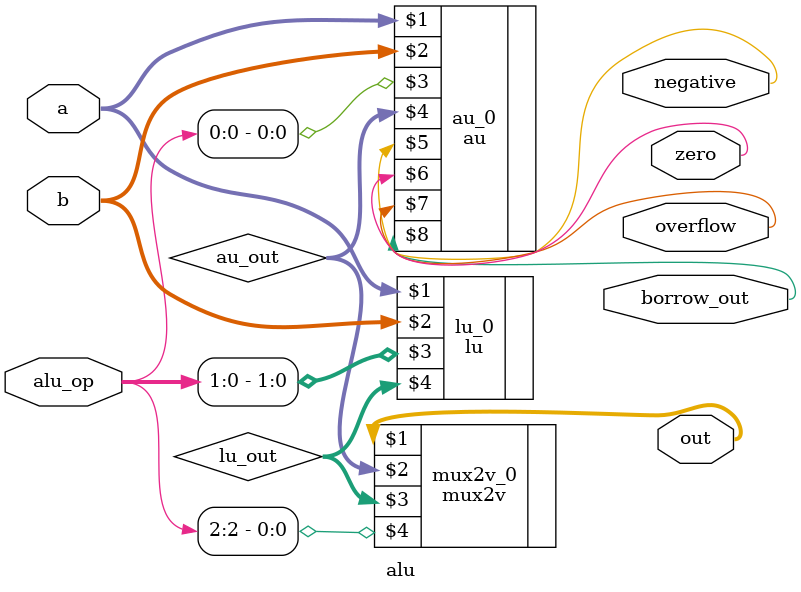
<source format=sv>

module alu #(
    parameter width = 32
) (
    output logic [width-1:0] out,
    output logic overflow,
    output logic zero,
    output logic negative,
    output logic borrow_out,
    input logic [width-1:0] a,
    input logic [width-1:0] b,
    input logic [2:0] alu_op
);
    logic [width-1:0] lu_out, au_out;
    lu #(width) lu_0 (
        a,
        b,
        alu_op[1:0],
        lu_out
    );
    au #(width) au_0 (
        a,
        b,
        alu_op[0],
        au_out,
        negative,
        zero,
        overflow,
        borrow_out
    );

    mux2v #(width) mux2v_0 (
        out,
        au_out,
        lu_out,
        alu_op[2]
    );
endmodule

</source>
